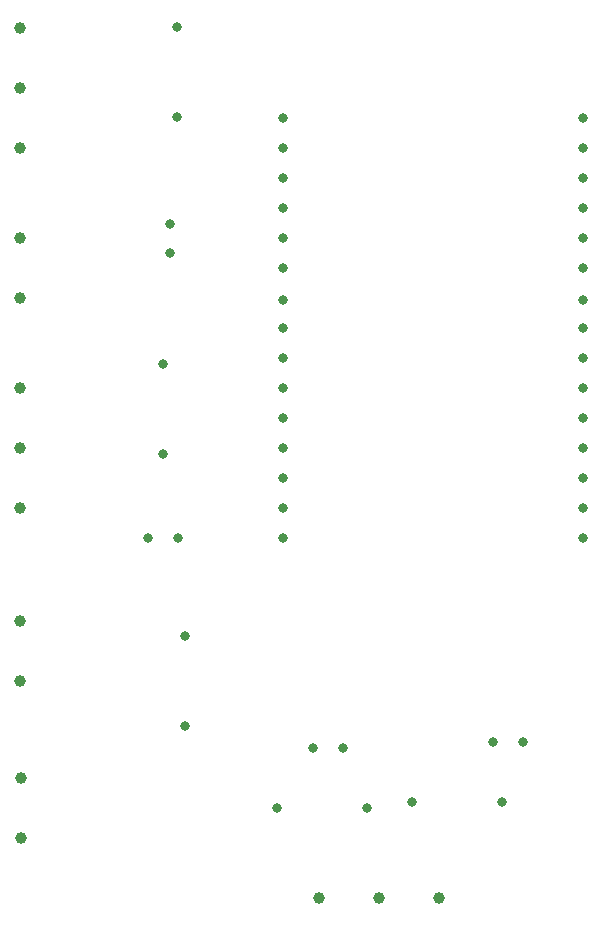
<source format=gbr>
%TF.GenerationSoftware,KiCad,Pcbnew,9.0.2*%
%TF.CreationDate,2025-07-10T18:49:31+01:00*%
%TF.ProjectId,Temperature-Controller,54656d70-6572-4617-9475-72652d436f6e,rev?*%
%TF.SameCoordinates,Original*%
%TF.FileFunction,Plated,1,2,PTH,Drill*%
%TF.FilePolarity,Positive*%
%FSLAX46Y46*%
G04 Gerber Fmt 4.6, Leading zero omitted, Abs format (unit mm)*
G04 Created by KiCad (PCBNEW 9.0.2) date 2025-07-10 18:49:31*
%MOMM*%
%LPD*%
G01*
G04 APERTURE LIST*
%TA.AperFunction,ComponentDrill*%
%ADD10C,0.800000*%
%TD*%
%TA.AperFunction,ComponentDrill*%
%ADD11C,1.000000*%
%TD*%
G04 APERTURE END LIST*
D10*
%TO.C,C1*%
X179110000Y-93980000D03*
%TO.C,R3*%
X180340000Y-79248000D03*
X180340000Y-86868000D03*
%TO.C,C2*%
X180975000Y-67350000D03*
X180975000Y-69850000D03*
%TO.C,R1*%
X181550000Y-50730000D03*
X181550000Y-58350000D03*
%TO.C,C1*%
X181610000Y-93980000D03*
%TO.C,R2*%
X182245000Y-102235000D03*
X182245000Y-109855000D03*
%TO.C,R4*%
X189992000Y-116840000D03*
%TO.C,U1*%
X190500000Y-58420000D03*
X190500000Y-60960000D03*
X190500000Y-63500000D03*
X190500000Y-66040000D03*
X190500000Y-68580000D03*
X190500000Y-71120000D03*
X190500000Y-73820000D03*
X190500000Y-76200000D03*
X190500000Y-78740000D03*
X190500000Y-81280000D03*
X190500000Y-83820000D03*
X190500000Y-86360000D03*
X190500000Y-88900000D03*
X190500000Y-91440000D03*
X190500000Y-93980000D03*
%TO.C,C3*%
X193080000Y-111760000D03*
X195580000Y-111760000D03*
%TO.C,R4*%
X197612000Y-116840000D03*
%TO.C,R5*%
X201422000Y-116332000D03*
%TO.C,C5*%
X208320000Y-111252000D03*
%TO.C,R5*%
X209042000Y-116332000D03*
%TO.C,C5*%
X210820000Y-111252000D03*
%TO.C,U1*%
X215900000Y-58420000D03*
X215900000Y-60960000D03*
X215900000Y-63500000D03*
X215900000Y-66040000D03*
X215900000Y-68580000D03*
X215900000Y-71120000D03*
X215900000Y-73820000D03*
X215900000Y-76200000D03*
X215900000Y-78740000D03*
X215900000Y-81280000D03*
X215900000Y-83820000D03*
X215900000Y-86360000D03*
X215900000Y-88900000D03*
X215900000Y-91440000D03*
X215900000Y-93980000D03*
D11*
%TO.C,J1*%
X168275000Y-50800000D03*
X168275000Y-55880000D03*
X168275000Y-60960000D03*
%TO.C,J3*%
X168275000Y-68580000D03*
X168275000Y-73660000D03*
%TO.C,J2*%
X168275000Y-81280000D03*
X168275000Y-86360000D03*
X168275000Y-91440000D03*
%TO.C,J4*%
X168275000Y-100965000D03*
X168275000Y-106045000D03*
%TO.C,J6*%
X168350000Y-114270000D03*
X168350000Y-119350000D03*
%TO.C,J5*%
X193548000Y-124460000D03*
X198628000Y-124460000D03*
X203708000Y-124460000D03*
M02*

</source>
